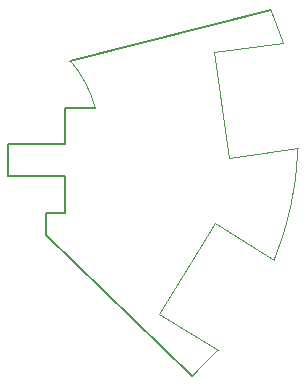
<source format=gm1>
G04 #@! TF.GenerationSoftware,KiCad,Pcbnew,(7.0.0-0)*
G04 #@! TF.CreationDate,2024-01-25T23:02:32+08:00*
G04 #@! TF.ProjectId,SWDProgrammer,53574450-726f-4677-9261-6d6d65722e6b,rev?*
G04 #@! TF.SameCoordinates,Original*
G04 #@! TF.FileFunction,Profile,NP*
%FSLAX46Y46*%
G04 Gerber Fmt 4.6, Leading zero omitted, Abs format (unit mm)*
G04 Created by KiCad (PCBNEW (7.0.0-0)) date 2024-01-25 23:02:32*
%MOMM*%
%LPD*%
G01*
G04 APERTURE LIST*
G04 #@! TA.AperFunction,Profile*
%ADD10C,0.100000*%
G04 #@! TD*
G04 #@! TA.AperFunction,Profile*
%ADD11C,0.150000*%
G04 #@! TD*
G04 APERTURE END LIST*
D10*
X149912796Y-52664420D02*
X151176938Y-61624566D01*
X145232796Y-74834851D02*
X150024750Y-67167412D01*
D11*
X135649985Y-68175008D02*
X148074432Y-80082702D01*
D10*
X157006660Y-60800197D02*
X151176938Y-61624566D01*
D11*
X132474999Y-63150008D02*
X132475000Y-60475008D01*
X137249985Y-66250008D02*
X137249984Y-63150008D01*
D10*
X156999999Y-61000000D02*
G75*
G03*
X157006660Y-60800197I-26968799J999000D01*
G01*
X155763642Y-51861507D02*
G75*
G03*
X154730449Y-49118602I-25763742J-8138593D01*
G01*
D11*
X135649985Y-68175008D02*
X135649985Y-66250008D01*
X137249985Y-60475008D02*
X137249985Y-57425008D01*
X135649985Y-66250008D02*
X137249985Y-66250008D01*
D10*
X150024750Y-67167412D02*
X155002941Y-70239773D01*
D11*
X139849984Y-57425008D02*
X137249985Y-57425008D01*
D10*
X155763636Y-51861509D02*
X149912796Y-52664420D01*
X148074432Y-80082701D02*
G75*
G03*
X150221459Y-77919010I-18024332J20032601D01*
G01*
X155002941Y-70239773D02*
G75*
G03*
X157000000Y-61000000I-25002941J10239773D01*
G01*
D11*
X137735616Y-53380860D02*
X154730450Y-49118602D01*
D10*
X139849984Y-57425008D02*
G75*
G03*
X137735616Y-53380860I-9849984J-2574992D01*
G01*
D11*
X132475000Y-60475008D02*
X137249985Y-60475008D01*
D10*
X150221459Y-77919010D02*
X145232796Y-74834851D01*
D11*
X132474999Y-63150008D02*
X137249984Y-63150008D01*
M02*

</source>
